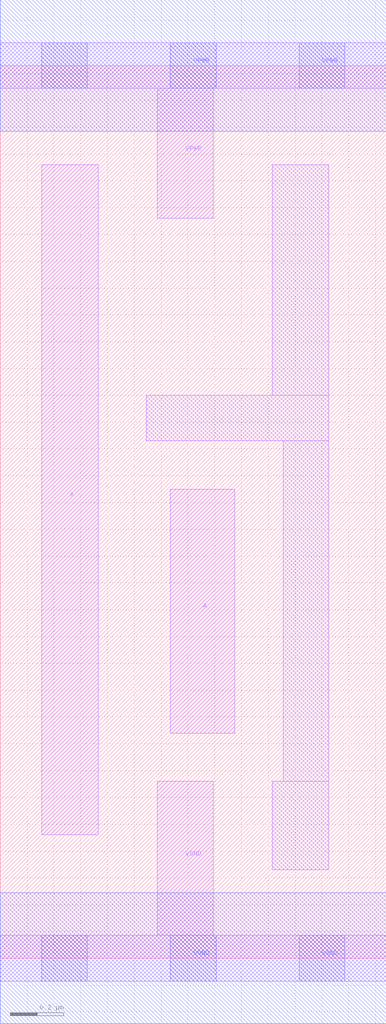
<source format=lef>
# Copyright 2020 The SkyWater PDK Authors
#
# Licensed under the Apache License, Version 2.0 (the "License");
# you may not use this file except in compliance with the License.
# You may obtain a copy of the License at
#
#     https://www.apache.org/licenses/LICENSE-2.0
#
# Unless required by applicable law or agreed to in writing, software
# distributed under the License is distributed on an "AS IS" BASIS,
# WITHOUT WARRANTIES OR CONDITIONS OF ANY KIND, either express or implied.
# See the License for the specific language governing permissions and
# limitations under the License.
#
# SPDX-License-Identifier: Apache-2.0

VERSION 5.7 ;
  NAMESCASESENSITIVE ON ;
  NOWIREEXTENSIONATPIN ON ;
  DIVIDERCHAR "/" ;
  BUSBITCHARS "[]" ;
UNITS
  DATABASE MICRONS 200 ;
END UNITS
MACRO sky130_fd_sc_lp__buf_m
  CLASS CORE ;
  SOURCE USER ;
  FOREIGN sky130_fd_sc_lp__buf_m ;
  ORIGIN  0.000000  0.000000 ;
  SIZE  1.440000 BY  3.330000 ;
  SYMMETRY X Y R90 ;
  SITE unit ;
  PIN A
    ANTENNAGATEAREA  0.126000 ;
    DIRECTION INPUT ;
    USE SIGNAL ;
    PORT
      LAYER li1 ;
        RECT 0.635000 0.840000 0.875000 1.750000 ;
    END
  END A
  PIN X
    ANTENNADIFFAREA  0.222600 ;
    DIRECTION OUTPUT ;
    USE SIGNAL ;
    PORT
      LAYER li1 ;
        RECT 0.155000 0.460000 0.365000 2.960000 ;
    END
  END X
  PIN VGND
    DIRECTION INOUT ;
    USE GROUND ;
    PORT
      LAYER li1 ;
        RECT 0.000000 -0.085000 1.440000 0.085000 ;
        RECT 0.585000  0.085000 0.795000 0.660000 ;
      LAYER mcon ;
        RECT 0.155000 -0.085000 0.325000 0.085000 ;
        RECT 0.635000 -0.085000 0.805000 0.085000 ;
        RECT 1.115000 -0.085000 1.285000 0.085000 ;
      LAYER met1 ;
        RECT 0.000000 -0.245000 1.440000 0.245000 ;
    END
  END VGND
  PIN VPWR
    DIRECTION INOUT ;
    USE POWER ;
    PORT
      LAYER li1 ;
        RECT 0.000000 3.245000 1.440000 3.415000 ;
        RECT 0.585000 2.760000 0.795000 3.245000 ;
      LAYER mcon ;
        RECT 0.155000 3.245000 0.325000 3.415000 ;
        RECT 0.635000 3.245000 0.805000 3.415000 ;
        RECT 1.115000 3.245000 1.285000 3.415000 ;
      LAYER met1 ;
        RECT 0.000000 3.085000 1.440000 3.575000 ;
    END
  END VPWR
  OBS
    LAYER li1 ;
      RECT 0.545000 1.930000 1.225000 2.100000 ;
      RECT 1.015000 0.330000 1.225000 0.660000 ;
      RECT 1.015000 2.100000 1.225000 2.960000 ;
      RECT 1.055000 0.660000 1.225000 1.930000 ;
  END
END sky130_fd_sc_lp__buf_m

</source>
